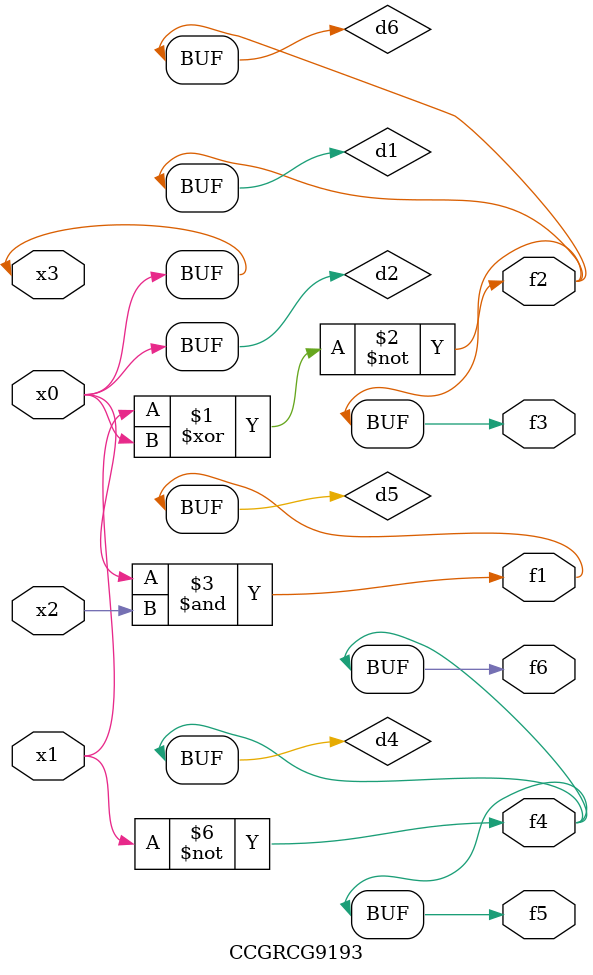
<source format=v>
module CCGRCG9193(
	input x0, x1, x2, x3,
	output f1, f2, f3, f4, f5, f6
);

	wire d1, d2, d3, d4, d5, d6;

	xnor (d1, x1, x3);
	buf (d2, x0, x3);
	nand (d3, x0, x2);
	not (d4, x1);
	nand (d5, d3);
	or (d6, d1);
	assign f1 = d5;
	assign f2 = d6;
	assign f3 = d6;
	assign f4 = d4;
	assign f5 = d4;
	assign f6 = d4;
endmodule

</source>
